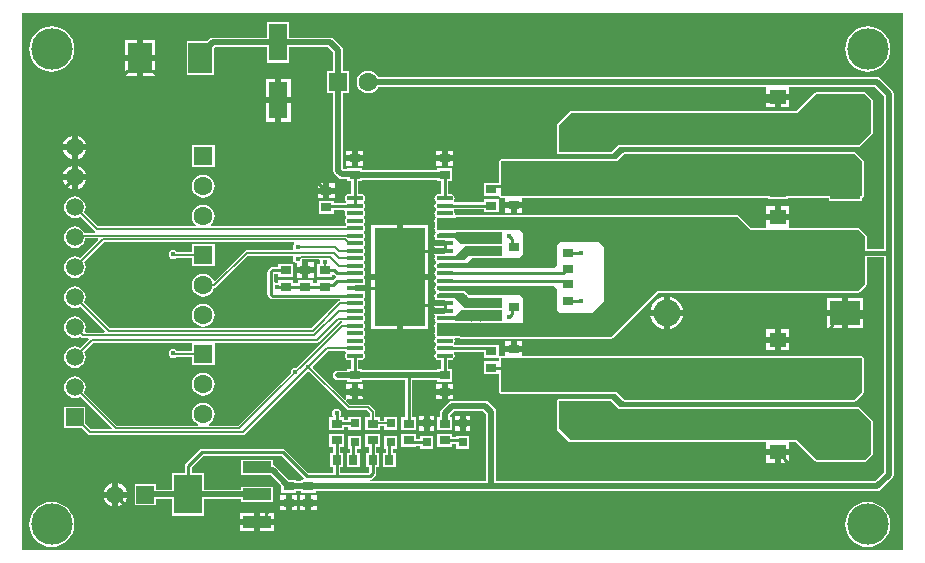
<source format=gtl>
G04*
G04 #@! TF.GenerationSoftware,Altium Limited,Altium Designer,20.2.7 (254)*
G04*
G04 Layer_Physical_Order=1*
G04 Layer_Color=255*
%FSLAX24Y24*%
%MOIN*%
G70*
G04*
G04 #@! TF.SameCoordinates,73111772-9855-4169-A750-BE6C64973626*
G04*
G04*
G04 #@! TF.FilePolarity,Positive*
G04*
G01*
G75*
%ADD17C,0.0100*%
%ADD19R,0.0374X0.0315*%
%ADD20R,0.0315X0.0315*%
%ADD21R,0.0550X0.0500*%
%ADD22R,0.0630X0.1240*%
%ADD23R,0.1697X0.3252*%
%ADD24O,0.0551X0.0157*%
%ADD25R,0.0315X0.0374*%
%ADD26R,0.0945X0.0394*%
%ADD27R,0.0945X0.1299*%
%ADD28R,0.0630X0.0630*%
%ADD29C,0.0630*%
%ADD30R,0.0630X0.0630*%
%ADD31R,0.0984X0.0787*%
%ADD32C,0.0900*%
%ADD33R,0.0900X0.0900*%
%ADD34C,0.0591*%
%ADD35R,0.0591X0.0591*%
%ADD36R,0.0591X0.0591*%
%ADD37R,0.0787X0.0984*%
%ADD38C,0.1380*%
%ADD40C,0.0200*%
%ADD41C,0.0150*%
%ADD42C,0.0060*%
%ADD43C,0.0177*%
%ADD44C,0.0197*%
G36*
X49334Y19187D02*
X19958D01*
Y35775D01*
Y37063D01*
X49334D01*
Y19187D01*
D02*
G37*
%LPC*%
G36*
X24389Y36167D02*
X23996D01*
Y35675D01*
X24389D01*
Y36167D01*
D02*
G37*
G36*
X23796D02*
X23402D01*
Y35675D01*
X23796D01*
Y36167D01*
D02*
G37*
G36*
X48146Y36629D02*
X47999Y36614D01*
X47857Y36571D01*
X47727Y36502D01*
X47613Y36408D01*
X47519Y36294D01*
X47449Y36163D01*
X47407Y36022D01*
X47392Y35875D01*
X47407Y35728D01*
X47449Y35587D01*
X47519Y35456D01*
X47613Y35342D01*
X47727Y35248D01*
X47857Y35179D01*
X47999Y35136D01*
X48146Y35121D01*
X48293Y35136D01*
X48434Y35179D01*
X48564Y35248D01*
X48679Y35342D01*
X48772Y35456D01*
X48842Y35587D01*
X48885Y35728D01*
X48899Y35875D01*
X48885Y36022D01*
X48842Y36163D01*
X48772Y36294D01*
X48679Y36408D01*
X48564Y36502D01*
X48434Y36571D01*
X48293Y36614D01*
X48146Y36629D01*
D02*
G37*
G36*
X20946D02*
X20799Y36614D01*
X20657Y36571D01*
X20527Y36502D01*
X20413Y36408D01*
X20319Y36294D01*
X20249Y36163D01*
X20207Y36022D01*
X20192Y35875D01*
X20207Y35728D01*
X20249Y35587D01*
X20319Y35456D01*
X20413Y35342D01*
X20527Y35248D01*
X20657Y35179D01*
X20799Y35136D01*
X20946Y35121D01*
X21093Y35136D01*
X21234Y35179D01*
X21364Y35248D01*
X21479Y35342D01*
X21572Y35456D01*
X21642Y35587D01*
X21685Y35728D01*
X21699Y35875D01*
X21685Y36022D01*
X21642Y36163D01*
X21572Y36294D01*
X21479Y36408D01*
X21364Y36502D01*
X21234Y36571D01*
X21093Y36614D01*
X20946Y36629D01*
D02*
G37*
G36*
X24389Y35475D02*
X23996D01*
Y34983D01*
X24389D01*
Y35475D01*
D02*
G37*
G36*
X23796D02*
X23402D01*
Y34983D01*
X23796D01*
Y35475D01*
D02*
G37*
G36*
X28911Y34881D02*
X28596D01*
Y34260D01*
X28911D01*
Y34881D01*
D02*
G37*
G36*
X28396D02*
X28081D01*
Y34260D01*
X28396D01*
Y34881D01*
D02*
G37*
G36*
X45521Y34175D02*
X45246D01*
Y33925D01*
X45521D01*
Y34175D01*
D02*
G37*
G36*
X45046D02*
X44771D01*
Y33925D01*
X45046D01*
Y34175D01*
D02*
G37*
G36*
X28911Y34060D02*
X28596D01*
Y33440D01*
X28911D01*
Y34060D01*
D02*
G37*
G36*
X28396D02*
X28081D01*
Y33440D01*
X28396D01*
Y34060D01*
D02*
G37*
G36*
X21818Y32986D02*
Y32700D01*
X22104D01*
X22103Y32703D01*
X22063Y32799D01*
X22000Y32882D01*
X21917Y32945D01*
X21821Y32985D01*
X21818Y32986D01*
D02*
G37*
G36*
X21618D02*
X21615Y32985D01*
X21519Y32945D01*
X21436Y32882D01*
X21373Y32799D01*
X21333Y32703D01*
X21333Y32700D01*
X21618D01*
Y32986D01*
D02*
G37*
G36*
X48046Y34440D02*
X46446D01*
X46400Y34421D01*
X45769Y33790D01*
X38246D01*
X38200Y33771D01*
X37800Y33371D01*
X37781Y33325D01*
X37781Y32425D01*
X37800Y32379D01*
X37846Y32360D01*
X39596Y32360D01*
X39642Y32379D01*
X39873Y32610D01*
X47846D01*
X47892Y32629D01*
X48292Y33029D01*
X48311Y33075D01*
Y34175D01*
X48292Y34221D01*
X48092Y34421D01*
X48046Y34440D01*
D02*
G37*
G36*
X34337Y32483D02*
X34150D01*
Y32326D01*
X34337D01*
Y32483D01*
D02*
G37*
G36*
X33950D02*
X33763D01*
Y32326D01*
X33950D01*
Y32483D01*
D02*
G37*
G36*
X31337D02*
X31150D01*
Y32326D01*
X31337D01*
Y32483D01*
D02*
G37*
G36*
X30950D02*
X30763D01*
Y32326D01*
X30950D01*
Y32483D01*
D02*
G37*
G36*
X22104Y32500D02*
X21818D01*
Y32214D01*
X21821Y32215D01*
X21917Y32255D01*
X22000Y32318D01*
X22063Y32401D01*
X22103Y32497D01*
X22104Y32500D01*
D02*
G37*
G36*
X21618D02*
X21333D01*
X21333Y32497D01*
X21373Y32401D01*
X21436Y32318D01*
X21519Y32255D01*
X21615Y32215D01*
X21618Y32214D01*
Y32500D01*
D02*
G37*
G36*
X47696Y32440D02*
X40046D01*
X40000Y32421D01*
X39769Y32190D01*
X35923Y32190D01*
X35877Y32171D01*
X35858Y32125D01*
Y31466D01*
X35851Y31419D01*
X35357D01*
Y30984D01*
X35851D01*
X35872Y30942D01*
X35877Y30929D01*
X35923Y30910D01*
X36059Y30910D01*
Y30776D01*
X36633D01*
Y30910D01*
X44811Y30910D01*
Y30865D01*
X45481D01*
Y30910D01*
X46844Y30910D01*
Y30821D01*
X47948D01*
Y30911D01*
X47992Y30929D01*
X48011Y30975D01*
X48011Y32125D01*
X47992Y32171D01*
X47742Y32421D01*
X47696Y32440D01*
D02*
G37*
G36*
X34337Y32126D02*
X34150D01*
Y31968D01*
X34337D01*
Y32126D01*
D02*
G37*
G36*
X33950D02*
X33763D01*
Y31968D01*
X33950D01*
Y32126D01*
D02*
G37*
G36*
X31337D02*
X31150D01*
Y31968D01*
X31337D01*
Y32126D01*
D02*
G37*
G36*
X30950D02*
X30763D01*
Y31968D01*
X30950D01*
Y32126D01*
D02*
G37*
G36*
X26375Y32675D02*
X25625D01*
Y31925D01*
X26375D01*
Y32675D01*
D02*
G37*
G36*
X21818Y31986D02*
Y31700D01*
X22104D01*
X22103Y31703D01*
X22063Y31799D01*
X22000Y31882D01*
X21917Y31945D01*
X21821Y31985D01*
X21818Y31986D01*
D02*
G37*
G36*
X21618D02*
X21615Y31985D01*
X21519Y31945D01*
X21436Y31882D01*
X21373Y31799D01*
X21333Y31703D01*
X21333Y31700D01*
X21618D01*
Y31986D01*
D02*
G37*
G36*
X30383Y31408D02*
X30196D01*
Y31251D01*
X30383D01*
Y31408D01*
D02*
G37*
G36*
X29996D02*
X29809D01*
Y31251D01*
X29996D01*
Y31408D01*
D02*
G37*
G36*
X22104Y31500D02*
X21818D01*
Y31214D01*
X21821Y31215D01*
X21917Y31255D01*
X22000Y31318D01*
X22063Y31401D01*
X22103Y31497D01*
X22104Y31500D01*
D02*
G37*
G36*
X21618D02*
X21333D01*
X21333Y31497D01*
X21373Y31401D01*
X21436Y31318D01*
X21519Y31255D01*
X21615Y31215D01*
X21618Y31214D01*
Y31500D01*
D02*
G37*
G36*
X26000Y31678D02*
X25902Y31665D01*
X25811Y31628D01*
X25733Y31567D01*
X25672Y31489D01*
X25635Y31398D01*
X25622Y31300D01*
X25635Y31202D01*
X25672Y31111D01*
X25733Y31033D01*
X25811Y30972D01*
X25902Y30935D01*
X26000Y30922D01*
X26098Y30935D01*
X26189Y30972D01*
X26267Y31033D01*
X26328Y31111D01*
X26365Y31202D01*
X26378Y31300D01*
X26365Y31398D01*
X26328Y31489D01*
X26267Y31567D01*
X26189Y31628D01*
X26098Y31665D01*
X26000Y31678D01*
D02*
G37*
G36*
X30383Y31051D02*
X30196D01*
Y30893D01*
X30383D01*
Y31051D01*
D02*
G37*
G36*
X29996D02*
X29809D01*
Y30893D01*
X29996D01*
Y31051D01*
D02*
G37*
G36*
X28871Y36770D02*
X28121D01*
Y36253D01*
X26312D01*
X26249Y36240D01*
X26196Y36205D01*
X26124Y36132D01*
X26124Y36132D01*
X26119Y36127D01*
X25442D01*
Y35023D01*
X26349D01*
Y35896D01*
X26355Y35902D01*
X26355Y35902D01*
X26379Y35926D01*
X28121D01*
Y35409D01*
X28871D01*
Y35926D01*
X30164D01*
X30333Y35757D01*
Y35150D01*
X30121D01*
Y34400D01*
X30333D01*
Y31816D01*
X30345Y31754D01*
X30380Y31701D01*
X30497Y31584D01*
X30550Y31548D01*
X30613Y31536D01*
X30803D01*
Y31457D01*
X30938D01*
Y31041D01*
X30853D01*
X30799Y31031D01*
X30753Y31000D01*
X30722Y30954D01*
X30712Y30900D01*
X30722Y30846D01*
X30748Y30807D01*
X30753Y30784D01*
X30708Y30738D01*
X30343D01*
Y30817D01*
X29849D01*
Y30382D01*
X30343D01*
Y30513D01*
X30702D01*
X30729Y30463D01*
X30722Y30454D01*
X30712Y30400D01*
X30722Y30346D01*
X30748Y30307D01*
X30753Y30284D01*
Y30266D01*
X30748Y30243D01*
X30722Y30204D01*
X30712Y30150D01*
X30722Y30096D01*
X30748Y30057D01*
X30753Y30034D01*
Y30016D01*
X30748Y29993D01*
X30731Y29967D01*
X26264D01*
X26247Y30017D01*
X26267Y30033D01*
X26328Y30111D01*
X26365Y30202D01*
X26378Y30300D01*
X26365Y30398D01*
X26328Y30489D01*
X26267Y30567D01*
X26189Y30628D01*
X26098Y30665D01*
X26000Y30678D01*
X25902Y30665D01*
X25811Y30628D01*
X25733Y30567D01*
X25672Y30489D01*
X25635Y30398D01*
X25622Y30300D01*
X25635Y30202D01*
X25672Y30111D01*
X25733Y30033D01*
X25753Y30017D01*
X25736Y29967D01*
X22481D01*
X22028Y30420D01*
X22028Y30421D01*
X22064Y30507D01*
X22076Y30600D01*
X22064Y30693D01*
X22028Y30779D01*
X21971Y30853D01*
X21897Y30910D01*
X21811Y30946D01*
X21718Y30958D01*
X21625Y30946D01*
X21539Y30910D01*
X21465Y30853D01*
X21408Y30779D01*
X21372Y30693D01*
X21360Y30600D01*
X21372Y30507D01*
X21408Y30421D01*
X21465Y30347D01*
X21539Y30290D01*
X21625Y30254D01*
X21718Y30242D01*
X21811Y30254D01*
X21897Y30290D01*
X21898Y30290D01*
X22378Y29810D01*
X22406Y29792D01*
X22406Y29788D01*
X22389Y29742D01*
X22044D01*
X22028Y29779D01*
X21971Y29853D01*
X21897Y29910D01*
X21811Y29946D01*
X21718Y29958D01*
X21625Y29946D01*
X21539Y29910D01*
X21465Y29853D01*
X21408Y29779D01*
X21372Y29693D01*
X21360Y29600D01*
X21372Y29507D01*
X21408Y29421D01*
X21465Y29347D01*
X21539Y29290D01*
X21625Y29254D01*
X21718Y29242D01*
X21811Y29254D01*
X21897Y29290D01*
X21971Y29347D01*
X22028Y29421D01*
X22064Y29507D01*
X22071Y29558D01*
X22481D01*
X22500Y29512D01*
X21898Y28910D01*
X21897Y28910D01*
X21811Y28946D01*
X21718Y28958D01*
X21625Y28946D01*
X21539Y28910D01*
X21465Y28853D01*
X21408Y28779D01*
X21372Y28693D01*
X21360Y28600D01*
X21372Y28507D01*
X21408Y28421D01*
X21465Y28347D01*
X21539Y28290D01*
X21625Y28254D01*
X21718Y28242D01*
X21811Y28254D01*
X21897Y28290D01*
X21971Y28347D01*
X22028Y28421D01*
X22064Y28507D01*
X22076Y28600D01*
X22064Y28693D01*
X22028Y28779D01*
X22028Y28780D01*
X22681Y29433D01*
X29025D01*
X29040Y29383D01*
X29039Y29382D01*
X29006Y29333D01*
X28994Y29275D01*
X29006Y29217D01*
X29006Y29217D01*
X28979Y29167D01*
X27446D01*
X27411Y29160D01*
X27381Y29140D01*
X26389Y28148D01*
X26340Y28158D01*
X26328Y28189D01*
X26267Y28267D01*
X26189Y28328D01*
X26098Y28365D01*
X26000Y28378D01*
X25902Y28365D01*
X25811Y28328D01*
X25733Y28267D01*
X25672Y28189D01*
X25635Y28098D01*
X25622Y28000D01*
X25635Y27902D01*
X25672Y27811D01*
X25733Y27733D01*
X25811Y27672D01*
X25902Y27635D01*
X26000Y27622D01*
X26098Y27635D01*
X26189Y27672D01*
X26267Y27733D01*
X26328Y27811D01*
X26365Y27902D01*
X26366Y27908D01*
X26371D01*
X26406Y27915D01*
X26436Y27935D01*
X27484Y28983D01*
X28979D01*
X29006Y28933D01*
X29006Y28933D01*
X28994Y28875D01*
X29006Y28817D01*
X29039Y28768D01*
X29088Y28735D01*
X29113Y28730D01*
Y28600D01*
X29300D01*
Y28769D01*
X29279Y28807D01*
X29286Y28817D01*
X29295Y28862D01*
X29869D01*
X29901Y28812D01*
X29894Y28775D01*
X29898Y28756D01*
X29866Y28717D01*
X29803D01*
Y28283D01*
X30297D01*
Y28344D01*
X30347Y28365D01*
X30391Y28321D01*
X30391Y28321D01*
X30418Y28303D01*
X30423Y28280D01*
Y28270D01*
X30418Y28247D01*
X30391Y28229D01*
X30391Y28229D01*
X30343Y28181D01*
X30297Y28166D01*
Y28166D01*
X30297Y28166D01*
X29803D01*
Y28061D01*
X29647D01*
Y28166D01*
X29153D01*
Y28061D01*
X28997D01*
Y28166D01*
X28503D01*
Y28105D01*
X28464Y28073D01*
X28446Y28076D01*
X28408Y28069D01*
X28358Y28101D01*
Y28388D01*
X28503D01*
Y28283D01*
X28997D01*
Y28717D01*
X28503D01*
Y28612D01*
X28304D01*
X28261Y28604D01*
X28225Y28579D01*
X28225Y28579D01*
X28166Y28521D01*
X28142Y28484D01*
X28134Y28441D01*
X28134Y28441D01*
Y27709D01*
X28134Y27709D01*
X28142Y27666D01*
X28166Y27629D01*
X28225Y27571D01*
X28225Y27571D01*
X28261Y27546D01*
X28304Y27538D01*
X30546D01*
X30551Y27488D01*
X30536Y27485D01*
X30506Y27465D01*
X29608Y26567D01*
X22881D01*
X22028Y27420D01*
X22028Y27421D01*
X22064Y27507D01*
X22076Y27600D01*
X22064Y27693D01*
X22028Y27779D01*
X21971Y27853D01*
X21897Y27910D01*
X21811Y27946D01*
X21718Y27958D01*
X21625Y27946D01*
X21539Y27910D01*
X21465Y27853D01*
X21408Y27779D01*
X21372Y27693D01*
X21360Y27600D01*
X21372Y27507D01*
X21408Y27421D01*
X21465Y27347D01*
X21539Y27290D01*
X21625Y27254D01*
X21718Y27242D01*
X21811Y27254D01*
X21897Y27290D01*
X21898Y27290D01*
X22725Y26463D01*
X22706Y26417D01*
X22081D01*
X22047Y26467D01*
X22064Y26507D01*
X22076Y26600D01*
X22064Y26693D01*
X22028Y26779D01*
X21971Y26853D01*
X21897Y26910D01*
X21811Y26946D01*
X21718Y26958D01*
X21625Y26946D01*
X21539Y26910D01*
X21465Y26853D01*
X21408Y26779D01*
X21372Y26693D01*
X21360Y26600D01*
X21372Y26507D01*
X21408Y26421D01*
X21465Y26347D01*
X21539Y26290D01*
X21625Y26254D01*
X21718Y26242D01*
X21811Y26254D01*
X21897Y26290D01*
X21900Y26291D01*
X21931Y26260D01*
X21961Y26240D01*
X21996Y26233D01*
X22156D01*
X22175Y26187D01*
X21898Y25910D01*
X21897Y25910D01*
X21811Y25946D01*
X21718Y25958D01*
X21625Y25946D01*
X21539Y25910D01*
X21465Y25853D01*
X21408Y25779D01*
X21372Y25693D01*
X21360Y25600D01*
X21372Y25507D01*
X21408Y25421D01*
X21465Y25347D01*
X21539Y25290D01*
X21625Y25254D01*
X21718Y25242D01*
X21811Y25254D01*
X21897Y25290D01*
X21971Y25347D01*
X22028Y25421D01*
X22064Y25507D01*
X22076Y25600D01*
X22064Y25693D01*
X22028Y25779D01*
X22028Y25780D01*
X22331Y26083D01*
X25578D01*
X25625Y26075D01*
X25625Y26033D01*
Y25792D01*
X25130D01*
X25103Y25832D01*
X25054Y25865D01*
X24996Y25876D01*
X24938Y25865D01*
X24889Y25832D01*
X24856Y25783D01*
X24844Y25725D01*
X24856Y25667D01*
X24889Y25618D01*
X24938Y25585D01*
X24996Y25574D01*
X25054Y25585D01*
X25088Y25608D01*
X25625D01*
Y25325D01*
X26375D01*
X26375Y26075D01*
X26422Y26083D01*
X29796D01*
X29831Y26090D01*
X29861Y26110D01*
X30541Y26790D01*
X30608D01*
X30613Y26740D01*
X30586Y26735D01*
X30556Y26715D01*
X29090Y25249D01*
X29069Y25253D01*
X29011Y25241D01*
X28962Y25208D01*
X28929Y25159D01*
X28918Y25101D01*
X28922Y25081D01*
X27158Y23317D01*
X26185D01*
X26175Y23367D01*
X26189Y23372D01*
X26267Y23433D01*
X26328Y23511D01*
X26365Y23602D01*
X26378Y23700D01*
X26365Y23798D01*
X26328Y23889D01*
X26267Y23967D01*
X26189Y24028D01*
X26098Y24065D01*
X26000Y24078D01*
X25902Y24065D01*
X25811Y24028D01*
X25733Y23967D01*
X25672Y23889D01*
X25635Y23798D01*
X25622Y23700D01*
X25635Y23602D01*
X25672Y23511D01*
X25733Y23433D01*
X25811Y23372D01*
X25825Y23367D01*
X25815Y23317D01*
X23131D01*
X22028Y24420D01*
X22028Y24421D01*
X22064Y24507D01*
X22076Y24600D01*
X22064Y24693D01*
X22028Y24779D01*
X21971Y24853D01*
X21897Y24910D01*
X21811Y24946D01*
X21718Y24958D01*
X21625Y24946D01*
X21539Y24910D01*
X21465Y24853D01*
X21408Y24779D01*
X21372Y24693D01*
X21360Y24600D01*
X21372Y24507D01*
X21408Y24421D01*
X21465Y24347D01*
X21539Y24290D01*
X21625Y24254D01*
X21718Y24242D01*
X21811Y24254D01*
X21897Y24290D01*
X21898Y24290D01*
X22945Y23243D01*
X22926Y23197D01*
X22251D01*
X22073Y23375D01*
Y23955D01*
X21363D01*
Y23245D01*
X21944D01*
X22148Y23040D01*
X22178Y23020D01*
X22213Y23013D01*
X27326D01*
X27361Y23020D01*
X27391Y23040D01*
X29477Y25126D01*
X29497Y25122D01*
X29515Y25126D01*
X30781Y23860D01*
X30811Y23840D01*
X30846Y23833D01*
X31458D01*
X31554Y23737D01*
Y23598D01*
X31399D01*
Y23163D01*
X31893D01*
Y23298D01*
X32028D01*
Y23172D01*
X32463D01*
Y23607D01*
X32028D01*
Y23482D01*
X31893D01*
Y23598D01*
X31737D01*
Y23775D01*
X31730Y23810D01*
X31711Y23840D01*
X31561Y23990D01*
X31531Y24010D01*
X31496Y24017D01*
X30884D01*
X30756Y24144D01*
X30780Y24191D01*
X30806Y24191D01*
X30950D01*
Y24349D01*
X30763D01*
Y24238D01*
X30763Y24208D01*
X30716Y24185D01*
X29645Y25256D01*
X29648Y25274D01*
X29644Y25294D01*
X30159Y25808D01*
X30728D01*
X30752Y25760D01*
X30748Y25743D01*
X30722Y25704D01*
X30712Y25650D01*
X30722Y25596D01*
X30753Y25550D01*
X30799Y25519D01*
X30853Y25509D01*
X30938D01*
Y25217D01*
X30803D01*
Y25153D01*
X30481D01*
X30418Y25141D01*
X30366Y25105D01*
X30330Y25052D01*
X30318Y24990D01*
X30330Y24927D01*
X30366Y24875D01*
X30418Y24839D01*
X30481Y24827D01*
X30803D01*
Y24783D01*
X31297D01*
Y24837D01*
X32734D01*
Y23598D01*
X32599D01*
Y23163D01*
X33093D01*
Y23598D01*
X32958D01*
Y24837D01*
X33803D01*
Y24783D01*
X34297D01*
Y25217D01*
X34162D01*
Y25509D01*
X34239D01*
X34293Y25519D01*
X34339Y25550D01*
X34370Y25596D01*
X34380Y25650D01*
X34370Y25704D01*
X34347Y25738D01*
X34362Y25779D01*
X34369Y25788D01*
X35357D01*
Y25583D01*
X35812D01*
X35852Y25576D01*
X35858Y25536D01*
Y25514D01*
X35851Y25467D01*
X35357D01*
Y25032D01*
X35851D01*
X35858Y24985D01*
Y24425D01*
X35877Y24379D01*
X35923Y24360D01*
X39769Y24360D01*
X40000Y24129D01*
X40046Y24110D01*
X47696D01*
X47742Y24129D01*
X47992Y24379D01*
X48011Y24425D01*
X48011Y25575D01*
X47992Y25621D01*
X47946Y25640D01*
X36633Y25640D01*
Y25774D01*
X36346D01*
X36059D01*
Y25640D01*
X35923Y25640D01*
X35901Y25631D01*
X35851Y25660D01*
Y26018D01*
X35357D01*
Y26012D01*
X34369D01*
X34362Y26021D01*
X34347Y26062D01*
X34370Y26096D01*
X34380Y26150D01*
X34370Y26204D01*
X34369Y26205D01*
X34396Y26255D01*
X34523D01*
X34550Y26229D01*
X34596Y26210D01*
X36099D01*
Y26208D01*
X36593D01*
Y26210D01*
X39596Y26210D01*
X39642Y26229D01*
X41165Y27752D01*
X47838Y27752D01*
X47884Y27771D01*
X48092Y27979D01*
X48111Y28025D01*
X48111Y28937D01*
X48683D01*
Y21743D01*
X48404Y21464D01*
X35759D01*
Y23775D01*
X35746Y23837D01*
X35711Y23890D01*
X35511Y24090D01*
X35458Y24126D01*
X35396Y24138D01*
X34296D01*
X34233Y24126D01*
X34180Y24090D01*
X33930Y23840D01*
X33895Y23787D01*
X33883Y23725D01*
Y23598D01*
X33799D01*
Y23163D01*
X34293D01*
Y23598D01*
X34209D01*
Y23657D01*
X34363Y23812D01*
X35328D01*
X35433Y23707D01*
Y21464D01*
X31548D01*
X31546Y21513D01*
X31546Y21513D01*
X31589Y21521D01*
X31625Y21546D01*
X31729Y21650D01*
X31754Y21686D01*
X31762Y21729D01*
X31762Y21729D01*
Y21928D01*
X31868D01*
Y22422D01*
X31758D01*
Y22612D01*
X31893D01*
Y23047D01*
X31399D01*
Y22612D01*
X31534D01*
Y22422D01*
X31433D01*
Y21928D01*
X31538D01*
Y21776D01*
X31499Y21737D01*
X30562D01*
Y21928D01*
X30668D01*
Y22422D01*
X30558D01*
Y22612D01*
X30693D01*
Y23047D01*
X30199D01*
Y22612D01*
X30334D01*
Y22422D01*
X30233D01*
Y21928D01*
X30338D01*
Y21737D01*
X29492D01*
X28725Y22504D01*
X28689Y22529D01*
X28646Y22537D01*
X28646Y22537D01*
X25946D01*
X25946Y22537D01*
X25903Y22529D01*
X25866Y22504D01*
X25866Y22504D01*
X25425Y22063D01*
X25400Y22026D01*
X25392Y21983D01*
X25392Y21983D01*
Y21735D01*
X24971D01*
Y21188D01*
X24419D01*
Y21374D01*
X23708D01*
Y20663D01*
X24419D01*
Y20862D01*
X24971D01*
Y20315D01*
X26036D01*
Y20862D01*
X27255D01*
Y20768D01*
X28320D01*
Y21282D01*
X27255D01*
Y21188D01*
X26036D01*
Y21735D01*
X25616D01*
Y21937D01*
X25992Y22313D01*
X28599D01*
X29344Y21568D01*
X29323Y21518D01*
X29249D01*
Y21464D01*
X29093D01*
Y21518D01*
X28859D01*
X28428Y21949D01*
X28375Y21984D01*
X28320Y21995D01*
Y22187D01*
X27255D01*
Y21674D01*
X27868D01*
X27884Y21671D01*
X28245D01*
X28599Y21317D01*
Y21083D01*
X29093D01*
Y21137D01*
X29249D01*
Y21083D01*
X29743D01*
Y21137D01*
X48471D01*
X48534Y21150D01*
X48587Y21185D01*
X48961Y21560D01*
X48996Y21613D01*
X49009Y21675D01*
Y29075D01*
Y34375D01*
X48996Y34437D01*
X48961Y34490D01*
X48561Y34890D01*
X48508Y34926D01*
X48446Y34938D01*
X31834D01*
X31823Y34964D01*
X31763Y35042D01*
X31685Y35103D01*
X31594Y35140D01*
X31496Y35153D01*
X31398Y35140D01*
X31307Y35103D01*
X31228Y35042D01*
X31168Y34964D01*
X31130Y34873D01*
X31117Y34775D01*
X31130Y34677D01*
X31168Y34586D01*
X31228Y34508D01*
X31307Y34447D01*
X31398Y34410D01*
X31496Y34397D01*
X31594Y34410D01*
X31685Y34447D01*
X31763Y34508D01*
X31823Y34586D01*
X31834Y34612D01*
X44771D01*
Y34375D01*
X45146D01*
X45521D01*
Y34612D01*
X48378D01*
X48683Y34307D01*
Y29213D01*
X48111D01*
X48111Y29625D01*
X48092Y29671D01*
X47892Y29871D01*
X47846Y29890D01*
X45556D01*
X45521Y29925D01*
X45521Y29940D01*
Y30175D01*
X45146D01*
X44771D01*
Y29940D01*
X44771Y29925D01*
X44735Y29890D01*
X44273D01*
X43842Y30321D01*
X43796Y30340D01*
X36593Y30340D01*
Y30342D01*
X36099D01*
Y30340D01*
X34446D01*
X34413Y30326D01*
X34410Y30328D01*
X34374Y30357D01*
X34372Y30360D01*
X34380Y30400D01*
X34370Y30454D01*
X34347Y30488D01*
X34362Y30529D01*
X34369Y30538D01*
X35357D01*
Y30433D01*
X35851D01*
Y30868D01*
X35357D01*
Y30762D01*
X34369D01*
X34363Y30771D01*
X34347Y30812D01*
X34370Y30846D01*
X34380Y30900D01*
X34370Y30954D01*
X34339Y31000D01*
X34293Y31031D01*
X34239Y31041D01*
X34162D01*
Y31457D01*
X34297D01*
Y31892D01*
X33803D01*
Y31838D01*
X31297D01*
Y31892D01*
X30803D01*
Y31862D01*
X30680D01*
X30659Y31884D01*
Y34400D01*
X30871D01*
Y35150D01*
X30659D01*
Y35825D01*
X30646Y35887D01*
X30611Y35940D01*
X30346Y36205D01*
X30294Y36240D01*
X30231Y36253D01*
X28871D01*
Y36770D01*
D02*
G37*
G36*
X36633Y30576D02*
X36446D01*
Y30418D01*
X36633D01*
Y30576D01*
D02*
G37*
G36*
X36246D02*
X36059D01*
Y30418D01*
X36246D01*
Y30576D01*
D02*
G37*
G36*
X45521Y30625D02*
X45246D01*
Y30375D01*
X45521D01*
Y30625D01*
D02*
G37*
G36*
X45046D02*
X44771D01*
Y30375D01*
X45046D01*
Y30625D01*
D02*
G37*
G36*
X26375Y29375D02*
X25625D01*
Y29092D01*
X25130D01*
X25103Y29132D01*
X25054Y29165D01*
X24996Y29176D01*
X24938Y29165D01*
X24889Y29132D01*
X24856Y29083D01*
X24844Y29025D01*
X24856Y28967D01*
X24889Y28918D01*
X24938Y28885D01*
X24996Y28874D01*
X25054Y28885D01*
X25088Y28908D01*
X25625D01*
Y28625D01*
X26375D01*
Y29375D01*
D02*
G37*
G36*
X29687Y28757D02*
X29500D01*
Y28600D01*
X29687D01*
Y28757D01*
D02*
G37*
G36*
Y28400D02*
X29500D01*
Y28243D01*
X29687D01*
Y28400D01*
D02*
G37*
G36*
X29300D02*
X29113D01*
Y28243D01*
X29300D01*
Y28400D01*
D02*
G37*
G36*
X47988Y27569D02*
X47496D01*
Y27175D01*
X47988D01*
Y27569D01*
D02*
G37*
G36*
X41546Y27617D02*
Y27175D01*
X41987D01*
X41982Y27219D01*
X41926Y27352D01*
X41838Y27467D01*
X41723Y27555D01*
X41589Y27611D01*
X41546Y27617D01*
D02*
G37*
G36*
X41346Y27617D02*
X41302Y27611D01*
X41168Y27555D01*
X41053Y27467D01*
X40965Y27352D01*
X40910Y27219D01*
X40904Y27175D01*
X41346D01*
Y27617D01*
D02*
G37*
G36*
X47296Y27569D02*
X46804D01*
Y27175D01*
X47296D01*
Y27569D01*
D02*
G37*
G36*
X26000Y27378D02*
X25902Y27365D01*
X25811Y27328D01*
X25733Y27267D01*
X25672Y27189D01*
X25635Y27098D01*
X25622Y27000D01*
X25635Y26902D01*
X25672Y26811D01*
X25733Y26733D01*
X25811Y26672D01*
X25902Y26635D01*
X26000Y26622D01*
X26098Y26635D01*
X26189Y26672D01*
X26267Y26733D01*
X26328Y26811D01*
X26365Y26902D01*
X26378Y27000D01*
X26365Y27098D01*
X26328Y27189D01*
X26267Y27267D01*
X26189Y27328D01*
X26098Y27365D01*
X26000Y27378D01*
D02*
G37*
G36*
X47988Y26975D02*
X47496D01*
Y26581D01*
X47988D01*
Y26975D01*
D02*
G37*
G36*
X47296D02*
X46804D01*
Y26581D01*
X47296D01*
Y26975D01*
D02*
G37*
G36*
X41346D02*
X40904D01*
X40910Y26931D01*
X40965Y26798D01*
X41053Y26683D01*
X41168Y26595D01*
X41302Y26539D01*
X41346Y26533D01*
Y26975D01*
D02*
G37*
G36*
X41987D02*
X41546D01*
Y26533D01*
X41589Y26539D01*
X41723Y26595D01*
X41838Y26683D01*
X41926Y26798D01*
X41982Y26931D01*
X41987Y26975D01*
D02*
G37*
G36*
X45521Y26525D02*
X45246D01*
Y26275D01*
X45521D01*
Y26525D01*
D02*
G37*
G36*
X45046D02*
X44771D01*
Y26275D01*
X45046D01*
Y26525D01*
D02*
G37*
G36*
X36633Y26132D02*
X36446D01*
Y25974D01*
X36633D01*
Y26132D01*
D02*
G37*
G36*
X36246D02*
X36059D01*
Y25974D01*
X36246D01*
Y26132D01*
D02*
G37*
G36*
X45521Y26075D02*
X45246D01*
Y25825D01*
X45521D01*
Y26075D01*
D02*
G37*
G36*
X45046D02*
X44771D01*
Y25825D01*
X45046D01*
Y26075D01*
D02*
G37*
G36*
X34337Y24706D02*
X34150D01*
Y24549D01*
X34337D01*
Y24706D01*
D02*
G37*
G36*
X31337D02*
X31150D01*
Y24549D01*
X31337D01*
Y24706D01*
D02*
G37*
G36*
X33950D02*
X33763D01*
Y24549D01*
X33950D01*
Y24706D01*
D02*
G37*
G36*
X30950D02*
X30763D01*
Y24549D01*
X30950D01*
Y24706D01*
D02*
G37*
G36*
X26000Y25078D02*
X25902Y25065D01*
X25811Y25028D01*
X25733Y24967D01*
X25672Y24889D01*
X25635Y24798D01*
X25622Y24700D01*
X25635Y24602D01*
X25672Y24511D01*
X25733Y24433D01*
X25811Y24372D01*
X25902Y24335D01*
X26000Y24322D01*
X26098Y24335D01*
X26189Y24372D01*
X26267Y24433D01*
X26328Y24511D01*
X26365Y24602D01*
X26378Y24700D01*
X26365Y24798D01*
X26328Y24889D01*
X26267Y24967D01*
X26189Y25028D01*
X26098Y25065D01*
X26000Y25078D01*
D02*
G37*
G36*
X34337Y24349D02*
X34150D01*
Y24191D01*
X34337D01*
Y24349D01*
D02*
G37*
G36*
X33950D02*
X33763D01*
Y24191D01*
X33950D01*
Y24349D01*
D02*
G37*
G36*
X31337D02*
X31150D01*
Y24191D01*
X31337D01*
Y24349D01*
D02*
G37*
G36*
X33703Y23647D02*
X33546D01*
Y23490D01*
X33703D01*
Y23647D01*
D02*
G37*
G36*
X34903D02*
X34746D01*
Y23490D01*
X34903D01*
Y23647D01*
D02*
G37*
G36*
X33346D02*
X33188D01*
Y23490D01*
X33346D01*
Y23647D01*
D02*
G37*
G36*
X34546D02*
X34388D01*
Y23490D01*
X34546D01*
Y23647D01*
D02*
G37*
G36*
X30446Y23876D02*
X30388Y23865D01*
X30339Y23832D01*
X30306Y23783D01*
X30294Y23725D01*
X30306Y23667D01*
X30318Y23648D01*
X30292Y23598D01*
X30199D01*
Y23163D01*
X30693D01*
Y23278D01*
X30828D01*
Y23172D01*
X31263D01*
Y23607D01*
X30828D01*
Y23502D01*
X30693D01*
Y23598D01*
X30600D01*
X30573Y23648D01*
X30586Y23667D01*
X30597Y23725D01*
X30586Y23783D01*
X30553Y23832D01*
X30504Y23865D01*
X30446Y23876D01*
D02*
G37*
G36*
X34903Y23290D02*
X34746D01*
Y23132D01*
X34903D01*
Y23290D01*
D02*
G37*
G36*
X34546D02*
X34388D01*
Y23132D01*
X34546D01*
Y23290D01*
D02*
G37*
G36*
X33703D02*
X33546D01*
Y23132D01*
X33703D01*
Y23290D01*
D02*
G37*
G36*
X33346D02*
X33188D01*
Y23132D01*
X33346D01*
Y23290D01*
D02*
G37*
G36*
X34293Y23047D02*
X33799D01*
Y22612D01*
X34293D01*
Y22717D01*
X34428D01*
Y22543D01*
X34863D01*
Y22978D01*
X34428D01*
Y22942D01*
X34293D01*
Y23047D01*
D02*
G37*
G36*
X33093D02*
X32599D01*
Y22612D01*
X33093D01*
Y22648D01*
X33228D01*
Y22543D01*
X33663D01*
Y22978D01*
X33228D01*
Y22872D01*
X33093D01*
Y23047D01*
D02*
G37*
G36*
X39596Y24190D02*
X37846Y24190D01*
X37800Y24171D01*
X37781Y24125D01*
X37781Y23225D01*
X37800Y23179D01*
X38200Y22779D01*
X38246Y22760D01*
X44771D01*
Y22525D01*
X45146D01*
X45521D01*
Y22760D01*
X45769D01*
X46400Y22129D01*
X46446Y22110D01*
X48046D01*
X48092Y22129D01*
X48292Y22329D01*
X48311Y22375D01*
Y23475D01*
X48292Y23521D01*
X47892Y23921D01*
X47846Y23940D01*
X39873D01*
X39642Y24171D01*
X39596Y24190D01*
D02*
G37*
G36*
X45521Y22325D02*
X45246D01*
Y22075D01*
X45521D01*
Y22325D01*
D02*
G37*
G36*
X45046D02*
X44771D01*
Y22075D01*
X45046D01*
Y22325D01*
D02*
G37*
G36*
X32463Y22978D02*
X32028D01*
Y22543D01*
X32089D01*
Y22422D01*
X31984D01*
Y21928D01*
X32419D01*
Y22422D01*
X32313D01*
Y22543D01*
X32463D01*
Y22978D01*
D02*
G37*
G36*
X31263D02*
X30828D01*
Y22543D01*
X30889D01*
Y22422D01*
X30784D01*
Y21928D01*
X31219D01*
Y22422D01*
X31113D01*
Y22543D01*
X31263D01*
Y22978D01*
D02*
G37*
G36*
X23164Y21404D02*
Y21118D01*
X23449D01*
X23449Y21121D01*
X23409Y21218D01*
X23345Y21300D01*
X23263Y21364D01*
X23167Y21403D01*
X23164Y21404D01*
D02*
G37*
G36*
X22964D02*
X22960Y21403D01*
X22864Y21364D01*
X22782Y21300D01*
X22718Y21218D01*
X22678Y21121D01*
X22678Y21118D01*
X22964D01*
Y21404D01*
D02*
G37*
G36*
X29783Y21007D02*
X29596D01*
Y20849D01*
X29783D01*
Y21007D01*
D02*
G37*
G36*
X29133D02*
X28946D01*
Y20849D01*
X29133D01*
Y21007D01*
D02*
G37*
G36*
X29396D02*
X29209D01*
Y20849D01*
X29396D01*
Y21007D01*
D02*
G37*
G36*
X28746D02*
X28559D01*
Y20849D01*
X28746D01*
Y21007D01*
D02*
G37*
G36*
X23449Y20918D02*
X23164D01*
Y20633D01*
X23167Y20633D01*
X23263Y20673D01*
X23345Y20736D01*
X23409Y20819D01*
X23449Y20915D01*
X23449Y20918D01*
D02*
G37*
G36*
X22964D02*
X22678D01*
X22678Y20915D01*
X22718Y20819D01*
X22782Y20736D01*
X22864Y20673D01*
X22960Y20633D01*
X22964Y20633D01*
Y20918D01*
D02*
G37*
G36*
X29783Y20649D02*
X29596D01*
Y20492D01*
X29783D01*
Y20649D01*
D02*
G37*
G36*
X29396D02*
X29209D01*
Y20492D01*
X29396D01*
Y20649D01*
D02*
G37*
G36*
X29133D02*
X28946D01*
Y20492D01*
X29133D01*
Y20649D01*
D02*
G37*
G36*
X28746D02*
X28559D01*
Y20492D01*
X28746D01*
Y20649D01*
D02*
G37*
G36*
X28360Y20416D02*
X27887D01*
Y20219D01*
X28360D01*
Y20416D01*
D02*
G37*
G36*
X27687D02*
X27215D01*
Y20219D01*
X27687D01*
Y20416D01*
D02*
G37*
G36*
X28360Y20019D02*
X27887D01*
Y19823D01*
X28360D01*
Y20019D01*
D02*
G37*
G36*
X27687D02*
X27215D01*
Y19823D01*
X27687D01*
Y20019D01*
D02*
G37*
G36*
X48146Y20779D02*
X47999Y20764D01*
X47857Y20721D01*
X47727Y20652D01*
X47613Y20558D01*
X47519Y20444D01*
X47449Y20313D01*
X47407Y20172D01*
X47392Y20025D01*
X47407Y19878D01*
X47449Y19737D01*
X47519Y19606D01*
X47613Y19492D01*
X47727Y19398D01*
X47857Y19329D01*
X47999Y19286D01*
X48146Y19271D01*
X48293Y19286D01*
X48434Y19329D01*
X48564Y19398D01*
X48679Y19492D01*
X48772Y19606D01*
X48842Y19737D01*
X48885Y19878D01*
X48899Y20025D01*
X48885Y20172D01*
X48842Y20313D01*
X48772Y20444D01*
X48679Y20558D01*
X48564Y20652D01*
X48434Y20721D01*
X48293Y20764D01*
X48146Y20779D01*
D02*
G37*
G36*
X20946D02*
X20799Y20764D01*
X20657Y20721D01*
X20527Y20652D01*
X20413Y20558D01*
X20319Y20444D01*
X20249Y20313D01*
X20207Y20172D01*
X20192Y20025D01*
X20207Y19878D01*
X20249Y19737D01*
X20319Y19606D01*
X20413Y19492D01*
X20527Y19398D01*
X20657Y19329D01*
X20799Y19286D01*
X20946Y19271D01*
X21093Y19286D01*
X21234Y19329D01*
X21364Y19398D01*
X21479Y19492D01*
X21572Y19606D01*
X21642Y19737D01*
X21685Y19878D01*
X21699Y20025D01*
X21685Y20172D01*
X21642Y20313D01*
X21572Y20444D01*
X21479Y20558D01*
X21364Y20652D01*
X21234Y20721D01*
X21093Y20764D01*
X20946Y20779D01*
D02*
G37*
%LPD*%
G36*
X48246Y34175D02*
Y33075D01*
X47846Y32675D01*
X39846D01*
X39596Y32425D01*
X37846Y32425D01*
X37846Y33325D01*
X38246Y33725D01*
X45796D01*
X46446Y34375D01*
X48046D01*
X48246Y34175D01*
D02*
G37*
G36*
X47946Y32125D02*
X47946Y30975D01*
X35923Y30975D01*
Y32125D01*
X39796Y32125D01*
X40046Y32375D01*
X47696D01*
X47946Y32125D01*
D02*
G37*
G36*
X35250Y29762D02*
X35253Y29760D01*
X35946D01*
X35946Y29575D01*
X35946Y29375D01*
X34596Y29375D01*
X34396Y29575D01*
X33846Y29575D01*
Y29725D01*
X34396Y29725D01*
X34431Y29760D01*
X34938D01*
X34942Y29762D01*
X34946Y29762D01*
X34950Y29762D01*
X34953Y29760D01*
X35238D01*
X35242Y29762D01*
X35246Y29762D01*
X35250Y29762D01*
D02*
G37*
G36*
X35946Y29310D02*
X35946Y29310D01*
Y28975D01*
X34846D01*
X34696Y28825D01*
X33846D01*
Y28975D01*
X34396D01*
X34731Y29310D01*
X35946Y29310D01*
D02*
G37*
G36*
X34846Y27575D02*
X35946D01*
Y27240D01*
X35946Y27240D01*
X34731Y27240D01*
X34396Y27575D01*
X33846D01*
Y27725D01*
X34696D01*
X34846Y27575D01*
D02*
G37*
G36*
X43796Y30275D02*
X44246Y29825D01*
X47846D01*
X48046Y29625D01*
X48046Y28025D01*
X47838Y27817D01*
X41138Y27817D01*
X39596Y26275D01*
X34596Y26275D01*
X34550Y26320D01*
X33796Y26320D01*
Y26725D01*
X34938D01*
X34946Y26724D01*
X34953Y26725D01*
X35238D01*
X35246Y26724D01*
X35253Y26725D01*
X36646D01*
X36646Y27575D01*
X36558Y27663D01*
X34858Y27663D01*
X34701Y27820D01*
X34242D01*
X33893Y27817D01*
X33857Y27853D01*
X33857Y27946D01*
X33892Y27981D01*
X37689Y27982D01*
X37796Y27875D01*
X37796Y27175D01*
X37896Y27075D01*
X38946Y27075D01*
X39346Y27475D01*
X39346Y29275D01*
X39196Y29425D01*
X37896Y29425D01*
X37796Y29325D01*
X37796Y28675D01*
X37696Y28575D01*
X34496Y28575D01*
X33846D01*
Y28725D01*
X34796Y28725D01*
X34976Y28905D01*
X36526Y28905D01*
X36646Y29025D01*
X36646Y29725D01*
X36546Y29825D01*
X35253D01*
X35246Y29826D01*
X35238Y29825D01*
X34953D01*
X34946Y29826D01*
X34938Y29825D01*
X33796D01*
X33796Y30225D01*
X34396D01*
X34446Y30275D01*
X43796Y30275D01*
D02*
G37*
G36*
X35946Y26975D02*
X35946Y26790D01*
X35253D01*
X35250Y26788D01*
X35246Y26788D01*
X35242Y26788D01*
X35238Y26790D01*
X34953D01*
X34950Y26788D01*
X34946Y26788D01*
X34942Y26788D01*
X34938Y26790D01*
X34431D01*
X34396Y26825D01*
X33846Y26825D01*
Y26975D01*
X34396Y26975D01*
X34596Y27175D01*
X35946Y27175D01*
X35946Y26975D01*
D02*
G37*
G36*
X33803Y31457D02*
X33938D01*
Y31041D01*
X33845D01*
X33791Y31031D01*
X33745Y31000D01*
X33715Y30954D01*
X33704Y30900D01*
X33715Y30846D01*
X33741Y30807D01*
X33745Y30784D01*
Y30766D01*
X33741Y30743D01*
X33715Y30704D01*
X33704Y30650D01*
X33715Y30596D01*
X33741Y30557D01*
X33745Y30534D01*
Y30516D01*
X33741Y30493D01*
X33715Y30454D01*
X33704Y30400D01*
X33715Y30346D01*
X33733Y30318D01*
X33750Y30271D01*
X33734Y30234D01*
X33715Y30204D01*
X33704Y30150D01*
X33715Y30096D01*
X33731Y30072D01*
X33731Y29978D01*
X33715Y29954D01*
X33704Y29900D01*
X33715Y29846D01*
X33734Y29816D01*
X33750Y29779D01*
X33733Y29732D01*
X33715Y29704D01*
X33704Y29650D01*
X33715Y29596D01*
X33718Y29590D01*
X33716Y29529D01*
X33697Y29500D01*
X34042D01*
Y29300D01*
X33697D01*
X33714Y29275D01*
X33697Y29250D01*
X34042D01*
Y29050D01*
X33697D01*
X33716Y29021D01*
X33718Y28960D01*
X33715Y28954D01*
X33704Y28900D01*
X33715Y28846D01*
X33741Y28807D01*
X33745Y28784D01*
Y28766D01*
X33741Y28743D01*
X33715Y28704D01*
X33704Y28650D01*
X33715Y28596D01*
X33741Y28557D01*
X33745Y28534D01*
Y28516D01*
X33741Y28493D01*
X33715Y28454D01*
X33704Y28400D01*
X33715Y28346D01*
X33741Y28307D01*
X33745Y28284D01*
Y28266D01*
X33741Y28243D01*
X33715Y28204D01*
X33704Y28150D01*
X33715Y28096D01*
X33741Y28057D01*
X33745Y28034D01*
Y28016D01*
X33741Y27993D01*
X33715Y27954D01*
X33704Y27900D01*
X33715Y27846D01*
X33741Y27807D01*
X33745Y27784D01*
Y27766D01*
X33741Y27743D01*
X33715Y27704D01*
X33704Y27650D01*
X33715Y27596D01*
X33718Y27590D01*
X33716Y27529D01*
X33697Y27500D01*
X34042D01*
Y27300D01*
X33697D01*
X33714Y27275D01*
X33697Y27250D01*
X34042D01*
Y27050D01*
X33697D01*
X33716Y27021D01*
X33718Y26960D01*
X33715Y26954D01*
X33704Y26900D01*
X33715Y26846D01*
X33733Y26818D01*
X33750Y26771D01*
X33734Y26734D01*
X33715Y26704D01*
X33704Y26650D01*
X33715Y26596D01*
X33731Y26572D01*
Y26478D01*
X33715Y26454D01*
X33704Y26400D01*
X33715Y26346D01*
X33731Y26322D01*
Y26320D01*
X33750Y26274D01*
X33731Y26228D01*
X33715Y26204D01*
X33704Y26150D01*
X33715Y26096D01*
X33741Y26057D01*
X33745Y26034D01*
Y26016D01*
X33741Y25993D01*
X33715Y25954D01*
X33704Y25900D01*
X33715Y25846D01*
X33741Y25807D01*
X33745Y25784D01*
Y25766D01*
X33741Y25743D01*
X33715Y25704D01*
X33704Y25650D01*
X33715Y25596D01*
X33745Y25550D01*
X33791Y25519D01*
X33845Y25509D01*
X33938D01*
Y25217D01*
X33803D01*
Y25163D01*
X31297D01*
Y25217D01*
X31162D01*
Y25509D01*
X31247D01*
X31301Y25519D01*
X31347Y25550D01*
X31378Y25596D01*
X31388Y25650D01*
X31378Y25704D01*
X31352Y25743D01*
X31347Y25766D01*
Y25784D01*
X31352Y25807D01*
X31378Y25846D01*
X31388Y25900D01*
X31378Y25954D01*
X31352Y25993D01*
X31347Y26016D01*
Y26034D01*
X31352Y26057D01*
X31378Y26096D01*
X31388Y26150D01*
X31378Y26204D01*
X31352Y26243D01*
X31347Y26266D01*
Y26284D01*
X31352Y26307D01*
X31378Y26346D01*
X31388Y26400D01*
X31378Y26454D01*
X31352Y26493D01*
X31347Y26516D01*
Y26534D01*
X31352Y26557D01*
X31378Y26596D01*
X31388Y26650D01*
X31378Y26704D01*
X31352Y26743D01*
X31347Y26766D01*
Y26784D01*
X31352Y26807D01*
X31378Y26846D01*
X31388Y26900D01*
X31378Y26954D01*
X31352Y26993D01*
X31347Y27016D01*
Y27034D01*
X31352Y27057D01*
X31378Y27096D01*
X31388Y27150D01*
X31378Y27204D01*
X31352Y27243D01*
X31347Y27266D01*
Y27284D01*
X31352Y27307D01*
X31378Y27346D01*
X31388Y27400D01*
X31378Y27454D01*
X31352Y27493D01*
X31347Y27516D01*
Y27534D01*
X31352Y27557D01*
X31378Y27596D01*
X31388Y27650D01*
X31378Y27704D01*
X31374Y27710D01*
X31376Y27771D01*
X31395Y27800D01*
X31050D01*
Y28000D01*
X31395D01*
X31376Y28029D01*
X31374Y28090D01*
X31378Y28096D01*
X31388Y28150D01*
X31378Y28204D01*
X31352Y28243D01*
X31347Y28266D01*
Y28284D01*
X31352Y28307D01*
X31378Y28346D01*
X31388Y28400D01*
X31378Y28454D01*
X31352Y28493D01*
X31347Y28516D01*
Y28534D01*
X31352Y28557D01*
X31378Y28596D01*
X31388Y28650D01*
X31378Y28704D01*
X31352Y28743D01*
X31347Y28766D01*
Y28784D01*
X31352Y28807D01*
X31378Y28846D01*
X31388Y28900D01*
X31378Y28954D01*
X31352Y28993D01*
X31347Y29016D01*
Y29034D01*
X31352Y29057D01*
X31378Y29096D01*
X31388Y29150D01*
X31378Y29204D01*
X31352Y29243D01*
X31347Y29266D01*
Y29284D01*
X31352Y29307D01*
X31378Y29346D01*
X31388Y29400D01*
X31378Y29454D01*
X31352Y29493D01*
X31347Y29516D01*
Y29534D01*
X31352Y29557D01*
X31378Y29596D01*
X31388Y29650D01*
X31378Y29704D01*
X31352Y29743D01*
X31347Y29766D01*
Y29784D01*
X31352Y29807D01*
X31378Y29846D01*
X31388Y29900D01*
X31378Y29954D01*
X31352Y29993D01*
X31347Y30016D01*
Y30034D01*
X31352Y30057D01*
X31378Y30096D01*
X31388Y30150D01*
X31378Y30204D01*
X31352Y30243D01*
X31347Y30266D01*
Y30284D01*
X31352Y30307D01*
X31378Y30346D01*
X31388Y30400D01*
X31378Y30454D01*
X31352Y30493D01*
X31347Y30516D01*
Y30534D01*
X31352Y30557D01*
X31378Y30596D01*
X31388Y30650D01*
X31378Y30704D01*
X31352Y30743D01*
X31347Y30766D01*
Y30784D01*
X31352Y30807D01*
X31378Y30846D01*
X31388Y30900D01*
X31378Y30954D01*
X31347Y31000D01*
X31301Y31031D01*
X31247Y31041D01*
X31162D01*
Y31457D01*
X31297D01*
Y31511D01*
X33803D01*
Y31457D01*
D02*
G37*
G36*
X47946Y25575D02*
X47946Y24425D01*
X47696Y24175D01*
X40046D01*
X39796Y24425D01*
X35923Y24425D01*
Y25575D01*
X47946Y25575D01*
D02*
G37*
%LPC*%
G36*
X33494Y30001D02*
X32646D01*
Y28375D01*
X33494D01*
Y30001D01*
D02*
G37*
G36*
X32446D02*
X31598D01*
Y28375D01*
X32446D01*
Y30001D01*
D02*
G37*
G36*
X33494Y28175D02*
X32646D01*
Y26549D01*
X33494D01*
Y28175D01*
D02*
G37*
G36*
X32446D02*
X31598D01*
Y26549D01*
X32446D01*
Y28175D01*
D02*
G37*
%LPD*%
G36*
X39846Y23875D02*
X47846D01*
X48246Y23475D01*
Y22375D01*
X48046Y22175D01*
X46446D01*
X45796Y22825D01*
X38246D01*
X37846Y23225D01*
X37846Y24125D01*
X39596Y24125D01*
X39846Y23875D01*
D02*
G37*
D17*
X38146Y27474D02*
X38591D01*
X38593Y27476D01*
X38596Y23975D02*
X39246Y23325D01*
X45125Y30296D02*
X45146Y30275D01*
X44746Y30296D02*
X45125D01*
X44717Y30325D02*
X44746Y30296D01*
X44696Y30325D02*
X44717D01*
X45025Y34154D02*
X45146Y34275D01*
X44746Y34154D02*
X45025D01*
X44717Y34125D02*
X44746Y34154D01*
X44696Y34125D02*
X44717D01*
X47396Y27075D02*
X47529Y26941D01*
X47979D01*
X48546Y26375D01*
Y22125D02*
Y26375D01*
X48196Y21775D02*
X48546Y22125D01*
X45796Y21775D02*
X48196D01*
X45146Y22425D02*
X45171D01*
X45371Y22225D01*
Y22200D02*
Y22225D01*
Y22200D02*
X45796Y21775D01*
X45146Y26175D02*
X46496D01*
X46954Y26633D01*
Y26731D01*
X47297Y27075D01*
X47396D01*
X31050Y32226D02*
Y32621D01*
X31046Y32625D02*
X31050Y32621D01*
X28726Y27925D02*
X28750Y27949D01*
X28446Y27925D02*
X28726D01*
X34900Y29650D02*
X34925Y29675D01*
X36296Y29325D02*
X36346Y29276D01*
X34042Y29650D02*
X34900D01*
X36196Y29625D02*
X36296Y29524D01*
X34925Y29675D02*
X34946D01*
X36296Y29325D02*
Y29524D01*
X30066Y31151D02*
X30096D01*
X29959Y31258D02*
X30066Y31151D01*
X29959Y31258D02*
Y31288D01*
X28496Y32751D02*
X29959Y31288D01*
X28496Y32751D02*
Y34160D01*
X31050Y32226D02*
X34050D01*
X20846Y30728D02*
X21718Y31600D01*
X20846Y21675D02*
Y30728D01*
X21502Y21018D02*
X23064D01*
X20846Y21675D02*
X21502Y21018D01*
X33669Y24449D02*
X34050D01*
X33446Y24225D02*
X33669Y24449D01*
X34646Y23390D02*
X35160D01*
X35175Y23375D01*
X35196D01*
X33446Y23390D02*
Y24225D01*
X23896Y35477D02*
Y35575D01*
Y35477D02*
X24239Y35133D01*
X24338D01*
X25310Y34160D01*
X28496D01*
X21718Y32600D02*
Y33397D01*
X23454Y35133D01*
X23552D01*
X23896Y35477D01*
X21718Y31600D02*
Y32600D01*
X30450Y21625D02*
X30496D01*
X29446D02*
X30450D01*
Y21625D02*
X30450Y21625D01*
X30450Y21625D02*
Y22175D01*
X30496Y21625D02*
X31546D01*
X25504Y21025D02*
Y21983D01*
X25946Y22425D01*
X28646D01*
X29446Y21625D01*
X31650Y21729D02*
Y22175D01*
X31546Y21625D02*
X31650Y21729D01*
X30446Y23381D02*
Y23725D01*
X32846Y23381D02*
Y25000D01*
X30455Y23390D02*
X31046D01*
X30446Y23381D02*
X30455Y23390D01*
X34046Y22829D02*
X34576D01*
X34646Y22760D01*
X32846Y22829D02*
X32915Y22760D01*
X33446D01*
X32201Y22175D02*
Y22716D01*
X32246Y22760D01*
X31001Y22175D02*
Y22716D01*
X31046Y22760D01*
X31646Y22179D02*
Y22829D01*
Y22179D02*
X31650Y22175D01*
X30446Y22179D02*
Y22829D01*
Y22179D02*
X30450Y22175D01*
X28846Y20749D02*
X29496D01*
X28417D02*
X28846D01*
X27787Y20119D02*
X27929D01*
X28076Y20266D01*
Y20408D01*
X28417Y20749D01*
X23962Y20119D02*
X27787D01*
X23064Y21018D02*
X23962Y20119D01*
X31010Y24990D02*
X31025Y24975D01*
X31050Y25000D01*
X31025Y31699D02*
X31050Y31674D01*
X34042Y28150D02*
X37991D01*
X38116Y28025D01*
X38146D01*
X34042Y28400D02*
X37991D01*
X38116Y28525D01*
X38146D01*
X36796Y31425D02*
X44996D01*
X36546D02*
X36796D01*
X36296D02*
X36546D01*
X36275D02*
X36296D01*
X35604Y31301D02*
X36150D01*
X36275Y31425D01*
X45146Y31325D02*
X46895D01*
X44996Y31425D02*
X45146Y31275D01*
X46901Y31331D02*
X47052D01*
X46895Y31325D02*
X46901Y31331D01*
X39246Y33225D02*
X45146D01*
X38596Y32575D02*
X39246Y33225D01*
X34796Y29075D02*
X34805Y29066D01*
X35072D01*
X34621Y28900D02*
X34796Y29075D01*
X45146Y33225D02*
X46895D01*
X46954Y33284D01*
Y33331D01*
X47297Y33675D01*
X47396D01*
X38146Y29076D02*
X38591D01*
X38593Y29074D01*
X34042Y28900D02*
X34621D01*
X47052Y31331D02*
X47396Y31675D01*
X36796Y25125D02*
X44996D01*
X36546D02*
X36796D01*
X36296D02*
X36546D01*
X36275D02*
X36296D01*
X35604Y25249D02*
X36150D01*
X36275Y25125D01*
X45146Y25225D02*
X46895D01*
X44996Y25125D02*
X45146Y25275D01*
X46901Y25219D02*
X47052D01*
X46895Y25225D02*
X46901Y25219D01*
X36196Y26925D02*
X36296Y27026D01*
Y27225D01*
X36346Y27274D01*
X39246Y23325D02*
X45146D01*
X34796Y27475D02*
X34805Y27484D01*
X35072D01*
X34621Y27650D02*
X34796Y27475D01*
X45146Y23325D02*
X46895D01*
X46954Y23266D01*
Y23219D02*
Y23266D01*
Y23219D02*
X47297Y22875D01*
X47396D01*
X34042Y27650D02*
X34621D01*
X47052Y25219D02*
X47396Y24875D01*
X34042Y26900D02*
X34900D01*
X34925Y26875D01*
X34946D01*
X37096Y30124D02*
X40396D01*
X36346D02*
X37096D01*
Y29025D02*
Y30124D01*
X36795Y28724D02*
X37096Y29025D01*
X36346Y28724D02*
X36795D01*
X37096Y26426D02*
X38946D01*
X36346D02*
X37096D01*
Y27525D01*
X36795Y27826D02*
X37096Y27525D01*
X36346Y27826D02*
X36795D01*
X41065Y28694D02*
X41446Y29075D01*
X41065Y28544D02*
Y28694D01*
X38946Y26426D02*
X41065Y28544D01*
X41446Y29075D02*
X47396D01*
X40396Y30124D02*
X41446Y29075D01*
X32546Y28352D02*
X33344Y29150D01*
X32546Y28134D02*
X33344Y27335D01*
X33671Y27150D02*
X34042D01*
X33486Y27335D02*
X33671Y27150D01*
X33344Y27335D02*
X33486D01*
X32546Y28134D02*
Y28275D01*
X34042Y27150D02*
Y27400D01*
X33344Y29150D02*
X34042D01*
X32546Y28275D02*
Y28352D01*
X34042Y29150D02*
Y29400D01*
X31050Y27900D02*
X32171D01*
X32546Y28275D01*
X28246Y27709D02*
Y28441D01*
X28304Y28500D02*
X28750D01*
X28246Y28441D02*
X28304Y28500D01*
Y27650D02*
X31050D01*
X28246Y27709D02*
X28304Y27650D01*
X30050Y28500D02*
X30371D01*
X30471Y28400D01*
X31050Y30650D02*
Y30900D01*
X30050Y30626D02*
X30813D01*
X30838Y30650D01*
X31050D01*
X34050Y30908D02*
Y31674D01*
X34042Y30900D02*
X34050Y30908D01*
X31050Y30900D02*
Y31674D01*
Y25000D02*
Y25650D01*
X34050Y25000D02*
Y25642D01*
X34042Y25650D02*
X34050Y25642D01*
X34042Y30650D02*
X35604D01*
X34042Y30650D02*
X34042Y30650D01*
X34042Y29900D02*
Y30150D01*
X34280Y30124D02*
X36346D01*
X34255Y30150D02*
X34280Y30124D01*
X34042Y30150D02*
X34255D01*
X34042Y28650D02*
X36271D01*
X36346Y28724D01*
X34042Y27900D02*
X36271D01*
X36346Y27826D01*
X34042Y26400D02*
Y26650D01*
Y26400D02*
X36320D01*
X36346Y26426D01*
X35471Y25900D02*
X35604Y25766D01*
X34042Y25900D02*
X35471D01*
X30471Y28150D02*
X31050D01*
X30328Y28008D02*
X30471Y28150D01*
X30050Y27949D02*
X30109Y28008D01*
X30328D01*
X30471Y28400D02*
X31050D01*
X29400Y27949D02*
X30050D01*
X28750D02*
X29400D01*
D19*
X38146Y27474D02*
D03*
Y28025D02*
D03*
X31050Y25000D02*
D03*
Y24449D02*
D03*
X34050Y25000D02*
D03*
Y24449D02*
D03*
X35604Y25249D02*
D03*
Y25801D02*
D03*
X28750Y27949D02*
D03*
Y28500D02*
D03*
X29400Y27949D02*
D03*
Y28500D02*
D03*
X32846Y23381D02*
D03*
Y22829D02*
D03*
X34046Y23381D02*
D03*
Y22829D02*
D03*
X36346Y27826D02*
D03*
Y27274D02*
D03*
X30050Y28500D02*
D03*
Y27949D02*
D03*
X38146Y29076D02*
D03*
Y28525D02*
D03*
X30096Y30599D02*
D03*
Y31151D02*
D03*
X36346Y30124D02*
D03*
Y30676D02*
D03*
X31050Y31674D02*
D03*
Y32226D02*
D03*
X34050Y31674D02*
D03*
Y32226D02*
D03*
X35604Y30650D02*
D03*
Y31201D02*
D03*
X36346Y28724D02*
D03*
Y29276D02*
D03*
Y26426D02*
D03*
Y25874D02*
D03*
X30446Y23381D02*
D03*
Y22829D02*
D03*
X29496Y21301D02*
D03*
Y20749D02*
D03*
X28846Y21301D02*
D03*
Y20749D02*
D03*
X31646Y23381D02*
D03*
Y22829D02*
D03*
D20*
X33446Y22760D02*
D03*
Y23390D02*
D03*
X34646Y22760D02*
D03*
Y23390D02*
D03*
X31046Y22760D02*
D03*
Y23390D02*
D03*
X32246Y22760D02*
D03*
Y23390D02*
D03*
D21*
X45146Y30275D02*
D03*
Y31175D02*
D03*
Y33375D02*
D03*
Y34275D02*
D03*
Y25275D02*
D03*
Y26175D02*
D03*
Y22425D02*
D03*
Y23325D02*
D03*
D22*
X28496Y36090D02*
D03*
Y34160D02*
D03*
D23*
X32546Y28275D02*
D03*
D24*
X34042Y25650D02*
D03*
Y25900D02*
D03*
Y26150D02*
D03*
Y26400D02*
D03*
Y26650D02*
D03*
Y26900D02*
D03*
Y27150D02*
D03*
Y27400D02*
D03*
Y27650D02*
D03*
Y27900D02*
D03*
Y28150D02*
D03*
Y28400D02*
D03*
Y28650D02*
D03*
Y28900D02*
D03*
Y29150D02*
D03*
Y29400D02*
D03*
Y29650D02*
D03*
Y29900D02*
D03*
Y30150D02*
D03*
Y30400D02*
D03*
Y30650D02*
D03*
Y30900D02*
D03*
X31050Y25650D02*
D03*
Y25900D02*
D03*
Y26150D02*
D03*
Y26400D02*
D03*
Y26650D02*
D03*
Y26900D02*
D03*
Y27150D02*
D03*
Y27400D02*
D03*
Y27650D02*
D03*
Y27900D02*
D03*
Y28150D02*
D03*
Y28400D02*
D03*
Y28650D02*
D03*
Y28900D02*
D03*
Y29150D02*
D03*
Y29400D02*
D03*
Y29650D02*
D03*
Y29900D02*
D03*
Y30150D02*
D03*
Y30400D02*
D03*
Y30650D02*
D03*
Y30900D02*
D03*
D25*
X31001Y22175D02*
D03*
X30450D02*
D03*
X32201D02*
D03*
X31650D02*
D03*
D26*
X27787Y20119D02*
D03*
Y21025D02*
D03*
Y21931D02*
D03*
D27*
X25504Y21025D02*
D03*
D28*
X26000Y25700D02*
D03*
Y29000D02*
D03*
Y32300D02*
D03*
D29*
Y24700D02*
D03*
Y23700D02*
D03*
Y28000D02*
D03*
Y27000D02*
D03*
Y31300D02*
D03*
Y30300D02*
D03*
X31496Y34775D02*
D03*
D30*
X30496D02*
D03*
D31*
X47396Y33275D02*
D03*
Y31275D02*
D03*
Y24875D02*
D03*
Y22875D02*
D03*
Y29075D02*
D03*
Y27075D02*
D03*
D32*
X41446D02*
D03*
D33*
Y29075D02*
D03*
D34*
X21718Y32600D02*
D03*
Y31600D02*
D03*
Y30600D02*
D03*
Y28600D02*
D03*
Y26600D02*
D03*
Y24600D02*
D03*
Y25600D02*
D03*
Y27600D02*
D03*
Y29600D02*
D03*
X23064Y21018D02*
D03*
D35*
X21718Y23600D02*
D03*
D36*
X24064Y21018D02*
D03*
D37*
X23896Y35575D02*
D03*
X25896D02*
D03*
D38*
X20946Y35875D02*
D03*
Y20025D02*
D03*
X48146Y35875D02*
D03*
Y20025D02*
D03*
D40*
X48846Y29075D02*
Y34375D01*
Y21675D02*
Y29075D01*
X48471Y21301D02*
X48846Y21675D01*
X48446Y34775D02*
X48846Y34375D01*
X31496Y34775D02*
X48446D01*
X35596Y21301D02*
X48471D01*
X29496D02*
X35596D01*
X35396Y23975D02*
X35596Y23775D01*
Y21301D02*
Y23775D01*
X34296Y23975D02*
X35396D01*
X34046Y23381D02*
Y23725D01*
X34296Y23975D01*
X32846Y25000D02*
X34050D01*
X31050D02*
X32846D01*
X24070Y21025D02*
X25504D01*
X24064Y21018D02*
X24070Y21025D01*
X25504D02*
X27787D01*
X28846Y21301D02*
X29496D01*
X27787Y21931D02*
X27884Y21834D01*
X28313D01*
X28759Y21388D01*
X28496Y36090D02*
X30231D01*
X26239Y36017D02*
X26312Y36090D01*
X26239Y36017D02*
X26239D01*
X26312Y36090D02*
X28496D01*
X25896Y35673D02*
X26239Y36017D01*
X30496Y34775D02*
Y35825D01*
Y31816D02*
Y34775D01*
X30613Y31699D02*
X31025D01*
X30496Y31816D02*
X30613Y31699D01*
X30481Y24990D02*
X31010D01*
X31050Y31674D02*
X34050D01*
X30231Y36090D02*
X30496Y35825D01*
X25896Y35575D02*
Y35673D01*
D41*
X47396Y29075D02*
X48846D01*
D42*
X27196Y23225D02*
X30621Y26650D01*
X27326Y23105D02*
X30121Y25900D01*
X29497Y25274D02*
X30846Y23925D01*
X31496D01*
X31646Y23381D02*
Y23775D01*
X31496Y23925D02*
X31646Y23775D01*
X31655Y23390D02*
X32246D01*
X31646Y23381D02*
X31655Y23390D01*
X25052Y29000D02*
X26000D01*
X25027Y29025D02*
X25052Y29000D01*
X24996Y29025D02*
X25027D01*
X25052Y25700D02*
X26000D01*
X25027Y25725D02*
X25052Y25700D01*
X24996Y25725D02*
X25027D01*
X30050Y28500D02*
Y28771D01*
X30046Y28775D02*
X30050Y28771D01*
X21718Y29600D02*
X21768Y29650D01*
X27446Y29075D02*
X30346D01*
X29256Y28954D02*
X30217D01*
X22643Y29525D02*
X30740D01*
X26371Y28000D02*
X27446Y29075D01*
X21768Y29650D02*
X31050D01*
X30865Y29400D02*
X31050D01*
X21718Y28600D02*
X22643Y29525D01*
X29177Y28875D02*
X29256Y28954D01*
X30740Y29525D02*
X30865Y29400D01*
X29146Y28875D02*
X29177D01*
X29146Y29275D02*
X30396D01*
X30521Y29150D01*
X30217Y28954D02*
X30521Y28650D01*
X30346Y29075D02*
X30521Y28900D01*
X26000Y28000D02*
X26371D01*
X31050Y24449D02*
X31174Y24325D01*
X31346D01*
X29396Y28504D02*
X29400Y28500D01*
X29396Y28504D02*
Y28775D01*
X21718Y24600D02*
X23093Y23225D01*
X27196D01*
X22213Y23105D02*
X27326D01*
X21718Y23600D02*
X22213Y23105D01*
X30121Y25900D02*
X31050D01*
X30621Y26650D02*
X31050D01*
X30521Y29150D02*
X31050D01*
X30521Y28900D02*
X31050D01*
X30521Y28650D02*
X31050D01*
X21996Y26325D02*
X29696D01*
X21718Y26600D02*
X21721D01*
X21996Y26325D01*
X29696D02*
X30521Y27150D01*
X29646Y26475D02*
X30571Y27400D01*
X22843Y26475D02*
X29646D01*
X21718Y27600D02*
X22843Y26475D01*
X21718Y25600D02*
X21718D01*
X22293Y26175D02*
X29796D01*
X21718Y25600D02*
X22293Y26175D01*
X30503Y26882D02*
X31032D01*
X29796Y26175D02*
X30503Y26882D01*
X30521Y27150D02*
X31050D01*
X30571Y27400D02*
X31050D01*
X31032Y26882D02*
X31050Y26900D01*
X21718Y30600D02*
X22443Y29875D01*
X31031Y29881D02*
X31050Y29900D01*
X22443Y29875D02*
X30769D01*
X30776Y29881D02*
X31031D01*
X30769Y29875D02*
X30776Y29881D01*
D43*
X38593Y27476D02*
D03*
X48500Y33000D02*
D03*
Y31000D02*
D03*
X48000Y30000D02*
D03*
X48500Y27000D02*
D03*
X48000Y26000D02*
D03*
X48500Y25000D02*
D03*
X48000Y24000D02*
D03*
X48500Y23000D02*
D03*
X48000Y22000D02*
D03*
X48500Y21000D02*
D03*
X47000Y36000D02*
D03*
Y30000D02*
D03*
Y26000D02*
D03*
Y22000D02*
D03*
X47500Y21000D02*
D03*
X47000Y20000D02*
D03*
X46000Y36000D02*
D03*
Y30000D02*
D03*
X46500Y27000D02*
D03*
X46000Y26000D02*
D03*
Y22000D02*
D03*
X46500Y21000D02*
D03*
X46000Y20000D02*
D03*
X45000Y36000D02*
D03*
X45500Y27000D02*
D03*
Y21000D02*
D03*
X45000Y20000D02*
D03*
X44000Y36000D02*
D03*
Y34000D02*
D03*
X44500Y27000D02*
D03*
X44000Y26000D02*
D03*
Y22000D02*
D03*
X44500Y21000D02*
D03*
X44000Y20000D02*
D03*
X43000Y36000D02*
D03*
Y34000D02*
D03*
X43500Y27000D02*
D03*
X43000Y26000D02*
D03*
Y22000D02*
D03*
X43500Y21000D02*
D03*
X43000Y20000D02*
D03*
X42000Y36000D02*
D03*
Y34000D02*
D03*
X42500Y27000D02*
D03*
X42000Y26000D02*
D03*
Y22000D02*
D03*
X42500Y21000D02*
D03*
X42000Y20000D02*
D03*
X41000Y36000D02*
D03*
Y34000D02*
D03*
Y26000D02*
D03*
Y22000D02*
D03*
X41500Y21000D02*
D03*
X41000Y20000D02*
D03*
X40000Y36000D02*
D03*
Y34000D02*
D03*
Y26000D02*
D03*
Y22000D02*
D03*
X40500Y21000D02*
D03*
X40000Y20000D02*
D03*
X39000Y36000D02*
D03*
Y34000D02*
D03*
Y22000D02*
D03*
X39500Y21000D02*
D03*
X39000Y20000D02*
D03*
X38000Y36000D02*
D03*
Y34000D02*
D03*
Y22000D02*
D03*
X38500Y21000D02*
D03*
X38000Y20000D02*
D03*
X37000Y36000D02*
D03*
Y34000D02*
D03*
X37500Y33000D02*
D03*
X37000Y24000D02*
D03*
X37500Y23000D02*
D03*
X37000Y22000D02*
D03*
X37500Y21000D02*
D03*
X37000Y20000D02*
D03*
X36000Y36000D02*
D03*
Y34000D02*
D03*
X36500Y33000D02*
D03*
X36000Y24000D02*
D03*
X36500Y23000D02*
D03*
X36000Y22000D02*
D03*
X36500Y21000D02*
D03*
X36000Y20000D02*
D03*
X35000Y36000D02*
D03*
Y34000D02*
D03*
X35500Y33000D02*
D03*
X35000Y32000D02*
D03*
Y22000D02*
D03*
X35500Y21000D02*
D03*
X35000Y20000D02*
D03*
X34000Y36000D02*
D03*
Y34000D02*
D03*
X34500Y33000D02*
D03*
Y25000D02*
D03*
X34000Y22000D02*
D03*
X34500Y21000D02*
D03*
X34000Y20000D02*
D03*
X33000Y36000D02*
D03*
Y34000D02*
D03*
X33500Y33000D02*
D03*
X33000Y32000D02*
D03*
X33500Y31000D02*
D03*
X33000Y26000D02*
D03*
Y22000D02*
D03*
X33500Y21000D02*
D03*
X33000Y20000D02*
D03*
X32000Y36000D02*
D03*
Y34000D02*
D03*
X32500Y33000D02*
D03*
X32000Y32000D02*
D03*
X32500Y31000D02*
D03*
X32000Y26000D02*
D03*
Y24000D02*
D03*
X32500Y21000D02*
D03*
X32000Y20000D02*
D03*
X31000Y36000D02*
D03*
Y34000D02*
D03*
X31500Y33000D02*
D03*
Y31000D02*
D03*
Y29000D02*
D03*
Y27000D02*
D03*
Y21000D02*
D03*
X31000Y20000D02*
D03*
X30000Y34000D02*
D03*
Y32000D02*
D03*
Y22000D02*
D03*
X30500Y21000D02*
D03*
X30000Y20000D02*
D03*
X29500Y35000D02*
D03*
Y33000D02*
D03*
X29000Y32000D02*
D03*
X29500Y31000D02*
D03*
Y27000D02*
D03*
Y25000D02*
D03*
X29000Y24000D02*
D03*
X29500Y23000D02*
D03*
X29000Y20000D02*
D03*
X28500Y35000D02*
D03*
Y33000D02*
D03*
X28000Y32000D02*
D03*
X28500Y31000D02*
D03*
X28000Y28000D02*
D03*
X28500Y25000D02*
D03*
Y23000D02*
D03*
X27500Y35000D02*
D03*
X27000Y34000D02*
D03*
X27500Y33000D02*
D03*
X27000Y32000D02*
D03*
Y28000D02*
D03*
X27500Y25000D02*
D03*
X27000Y24000D02*
D03*
X27500Y23000D02*
D03*
X27000Y22000D02*
D03*
Y20000D02*
D03*
X26500Y35000D02*
D03*
X26000Y34000D02*
D03*
X26500Y33000D02*
D03*
Y31000D02*
D03*
X26000Y22000D02*
D03*
Y20000D02*
D03*
X25000Y36000D02*
D03*
Y34000D02*
D03*
X25500Y33000D02*
D03*
X25000Y32000D02*
D03*
X25500Y31000D02*
D03*
Y25000D02*
D03*
X25000Y24000D02*
D03*
Y22000D02*
D03*
Y20000D02*
D03*
X24500Y35000D02*
D03*
X24000Y34000D02*
D03*
X24500Y33000D02*
D03*
X24000Y32000D02*
D03*
X24500Y31000D02*
D03*
Y29000D02*
D03*
X24000Y28000D02*
D03*
X24500Y27000D02*
D03*
Y25000D02*
D03*
X24000Y24000D02*
D03*
Y22000D02*
D03*
Y20000D02*
D03*
X23000Y36000D02*
D03*
Y34000D02*
D03*
X23500Y33000D02*
D03*
X23000Y32000D02*
D03*
X23500Y31000D02*
D03*
Y29000D02*
D03*
X23000Y28000D02*
D03*
X23500Y27000D02*
D03*
Y25000D02*
D03*
X23000Y24000D02*
D03*
Y22000D02*
D03*
X23500Y21000D02*
D03*
X23000Y20000D02*
D03*
X22000Y36000D02*
D03*
X22500Y35000D02*
D03*
X22000Y34000D02*
D03*
X22500Y33000D02*
D03*
X22000Y32000D02*
D03*
X22500Y31000D02*
D03*
X22000Y30000D02*
D03*
X22500Y29000D02*
D03*
X22000Y28000D02*
D03*
X22500Y25000D02*
D03*
X22000Y22000D02*
D03*
X22500Y21000D02*
D03*
X22000Y20000D02*
D03*
X21500Y35000D02*
D03*
X21000Y34000D02*
D03*
Y32000D02*
D03*
X21500Y31000D02*
D03*
X21000Y30000D02*
D03*
X21500Y29000D02*
D03*
X21000Y28000D02*
D03*
X21500Y27000D02*
D03*
X21000Y26000D02*
D03*
X21500Y25000D02*
D03*
X21000Y24000D02*
D03*
X21500Y23000D02*
D03*
X21000Y22000D02*
D03*
X21500Y21000D02*
D03*
X39096Y23475D02*
D03*
X38596D02*
D03*
X38346D02*
D03*
X38846D02*
D03*
X38096D02*
D03*
X44696Y30325D02*
D03*
Y34125D02*
D03*
X29069Y25101D02*
D03*
X29497Y25274D02*
D03*
X24996Y29025D02*
D03*
Y25725D02*
D03*
X30046Y28775D02*
D03*
X31346Y24325D02*
D03*
X29396Y28775D02*
D03*
X31046Y32625D02*
D03*
X30446Y23725D02*
D03*
X28446Y27925D02*
D03*
X35096Y29475D02*
D03*
X35716Y29673D02*
D03*
X35246Y29675D02*
D03*
X35846Y29475D02*
D03*
X35474Y29673D02*
D03*
X34946Y29675D02*
D03*
X35596Y29475D02*
D03*
X35346D02*
D03*
X36196Y29625D02*
D03*
X35196Y23375D02*
D03*
X33446Y24225D02*
D03*
X29146Y29275D02*
D03*
Y28875D02*
D03*
X30481Y24990D02*
D03*
X36546Y25425D02*
D03*
X36796D02*
D03*
X39346Y33075D02*
D03*
X39096D02*
D03*
X38846D02*
D03*
X38596D02*
D03*
X38346D02*
D03*
X38096D02*
D03*
Y32825D02*
D03*
X38346D02*
D03*
X38096Y32575D02*
D03*
X38346D02*
D03*
X38596Y32825D02*
D03*
X38846D02*
D03*
X39096D02*
D03*
X39346D02*
D03*
Y32575D02*
D03*
X39096D02*
D03*
X38846D02*
D03*
X36046Y32025D02*
D03*
Y31725D02*
D03*
Y31425D02*
D03*
Y31125D02*
D03*
X36296Y32025D02*
D03*
Y31725D02*
D03*
Y31425D02*
D03*
Y31125D02*
D03*
X36546D02*
D03*
Y31425D02*
D03*
Y31725D02*
D03*
Y32025D02*
D03*
X36796D02*
D03*
Y31725D02*
D03*
Y31425D02*
D03*
Y31125D02*
D03*
X38596Y32575D02*
D03*
X34710Y28960D02*
D03*
X34472Y28914D02*
D03*
X35072Y29066D02*
D03*
X34887Y29217D02*
D03*
X35386Y29063D02*
D03*
X35630Y29063D02*
D03*
X35857D02*
D03*
X35240Y29219D02*
D03*
X34869Y29467D02*
D03*
X34646Y29475D02*
D03*
X38593Y29074D02*
D03*
X39346Y23475D02*
D03*
X38096Y23725D02*
D03*
X38346D02*
D03*
X38096Y23975D02*
D03*
X38346D02*
D03*
X38596Y23725D02*
D03*
X38846D02*
D03*
X39096D02*
D03*
X39346D02*
D03*
Y23975D02*
D03*
X39096D02*
D03*
X38846D02*
D03*
X36046Y24525D02*
D03*
Y24825D02*
D03*
Y25125D02*
D03*
Y25425D02*
D03*
X36296Y24525D02*
D03*
Y24825D02*
D03*
Y25125D02*
D03*
Y25425D02*
D03*
X36546Y25125D02*
D03*
Y24825D02*
D03*
Y24525D02*
D03*
X36796D02*
D03*
Y24825D02*
D03*
Y25125D02*
D03*
X36196Y26925D02*
D03*
X38596Y23975D02*
D03*
X34710Y27590D02*
D03*
X34472Y27636D02*
D03*
X35072Y27484D02*
D03*
X34887Y27333D02*
D03*
X35386Y27487D02*
D03*
X35630Y27487D02*
D03*
X35857D02*
D03*
X35240Y27331D02*
D03*
X34869Y27083D02*
D03*
X35474Y26877D02*
D03*
X35716D02*
D03*
X35246Y26875D02*
D03*
X35096Y27075D02*
D03*
X35346D02*
D03*
X35596D02*
D03*
X35846D02*
D03*
X34646D02*
D03*
X34946Y26875D02*
D03*
D44*
X33196Y26976D02*
D03*
X32763D02*
D03*
X32330D02*
D03*
X31896D02*
D03*
X33196Y27409D02*
D03*
X32763D02*
D03*
X32330D02*
D03*
X31896D02*
D03*
X33196Y27842D02*
D03*
X32763D02*
D03*
X32330D02*
D03*
X31896D02*
D03*
X33196Y28275D02*
D03*
X32763D02*
D03*
X32330D02*
D03*
X31896D02*
D03*
X33196Y28708D02*
D03*
X32763D02*
D03*
X32330D02*
D03*
X31896D02*
D03*
X33196Y29141D02*
D03*
X32763D02*
D03*
X32330D02*
D03*
X31896D02*
D03*
X33196Y29574D02*
D03*
X32763D02*
D03*
X32330D02*
D03*
X31896D02*
D03*
M02*

</source>
